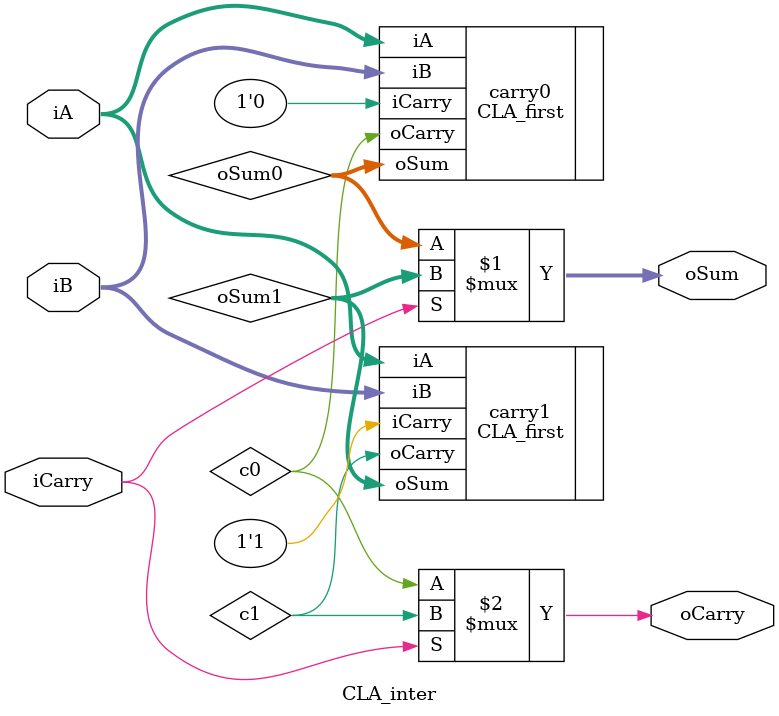
<source format=v>
`timescale 1ns / 1ps


module CLA_inter#(
    parameter   ADDER_WIDTH = 8
    )
    (
    input   wire [ADDER_WIDTH-1:0]  iA, iB, 
    input   wire                    iCarry,
    output  wire [ADDER_WIDTH-1:0]  oSum, 
    output  wire                    oCarry
);

    wire [ADDER_WIDTH-1:0] oSum0,oSum1;
    wire c0,c1;
    // solve the sum and carry assuming the carry is 1 and 0

     CLA_first
     #( .ADDER_WIDTH(ADDER_WIDTH) ) carry1
     (
    .iA(iA[ADDER_WIDTH-1:0]),
    .iB(iB[ADDER_WIDTH-1:0]),
    .iCarry(1'b1),
    .oSum(oSum1[ADDER_WIDTH-1:0]),
    .oCarry(c1));
    
    CLA_first
    #( .ADDER_WIDTH(ADDER_WIDTH) )  carry0
    (
    .iA(iA[ADDER_WIDTH-1:0]),
    .iB(iB[ADDER_WIDTH-1:0]),
    .iCarry(1'b0),
    .oSum(oSum0[ADDER_WIDTH-1:0]),
    .oCarry(c0));

     // here select the sum and carry based on the iCarry, in the lecture a multiplexer was used but we don't need it
    
      assign oSum = (iCarry) ? oSum1 : oSum0;
      assign oCarry = (iCarry) ? c1 : c0;
endmodule

</source>
